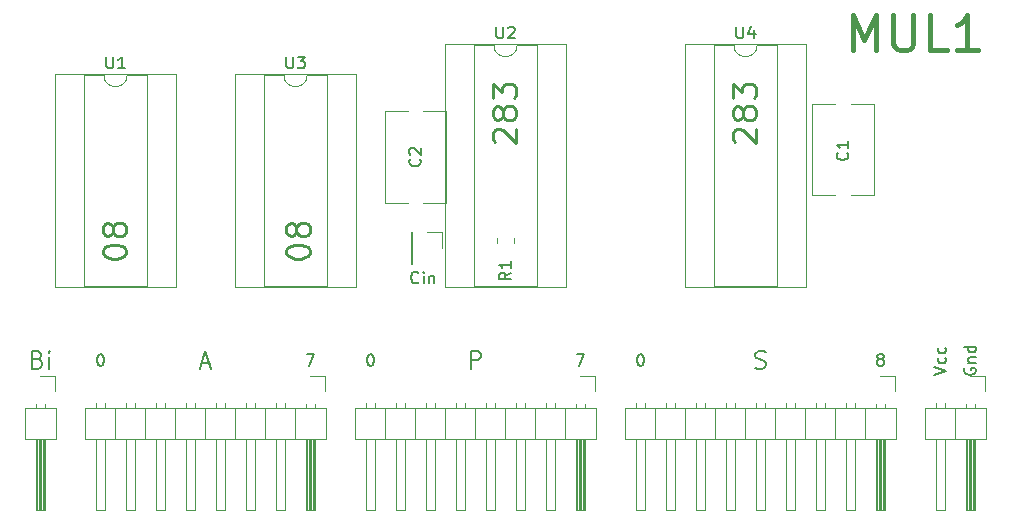
<source format=gbr>
%TF.GenerationSoftware,KiCad,Pcbnew,(5.1.8)-1*%
%TF.CreationDate,2023-05-20T11:55:10+03:00*%
%TF.ProjectId,MUL1,4d554c31-2e6b-4696-9361-645f70636258,rev?*%
%TF.SameCoordinates,Original*%
%TF.FileFunction,Legend,Top*%
%TF.FilePolarity,Positive*%
%FSLAX46Y46*%
G04 Gerber Fmt 4.6, Leading zero omitted, Abs format (unit mm)*
G04 Created by KiCad (PCBNEW (5.1.8)-1) date 2023-05-20 11:55:10*
%MOMM*%
%LPD*%
G01*
G04 APERTURE LIST*
%ADD10C,0.250000*%
%ADD11C,0.150000*%
%ADD12C,0.400000*%
%ADD13C,0.200000*%
%ADD14C,0.120000*%
G04 APERTURE END LIST*
D10*
X142605238Y-62801190D02*
X142510000Y-62705952D01*
X142414761Y-62515476D01*
X142414761Y-62039285D01*
X142510000Y-61848809D01*
X142605238Y-61753571D01*
X142795714Y-61658333D01*
X142986190Y-61658333D01*
X143271904Y-61753571D01*
X144414761Y-62896428D01*
X144414761Y-61658333D01*
X143271904Y-60515476D02*
X143176666Y-60705952D01*
X143081428Y-60801190D01*
X142890952Y-60896428D01*
X142795714Y-60896428D01*
X142605238Y-60801190D01*
X142510000Y-60705952D01*
X142414761Y-60515476D01*
X142414761Y-60134523D01*
X142510000Y-59944047D01*
X142605238Y-59848809D01*
X142795714Y-59753571D01*
X142890952Y-59753571D01*
X143081428Y-59848809D01*
X143176666Y-59944047D01*
X143271904Y-60134523D01*
X143271904Y-60515476D01*
X143367142Y-60705952D01*
X143462380Y-60801190D01*
X143652857Y-60896428D01*
X144033809Y-60896428D01*
X144224285Y-60801190D01*
X144319523Y-60705952D01*
X144414761Y-60515476D01*
X144414761Y-60134523D01*
X144319523Y-59944047D01*
X144224285Y-59848809D01*
X144033809Y-59753571D01*
X143652857Y-59753571D01*
X143462380Y-59848809D01*
X143367142Y-59944047D01*
X143271904Y-60134523D01*
X142414761Y-59086904D02*
X142414761Y-57848809D01*
X143176666Y-58515476D01*
X143176666Y-58229761D01*
X143271904Y-58039285D01*
X143367142Y-57944047D01*
X143557619Y-57848809D01*
X144033809Y-57848809D01*
X144224285Y-57944047D01*
X144319523Y-58039285D01*
X144414761Y-58229761D01*
X144414761Y-58801190D01*
X144319523Y-58991666D01*
X144224285Y-59086904D01*
X122285238Y-62801190D02*
X122190000Y-62705952D01*
X122094761Y-62515476D01*
X122094761Y-62039285D01*
X122190000Y-61848809D01*
X122285238Y-61753571D01*
X122475714Y-61658333D01*
X122666190Y-61658333D01*
X122951904Y-61753571D01*
X124094761Y-62896428D01*
X124094761Y-61658333D01*
X122951904Y-60515476D02*
X122856666Y-60705952D01*
X122761428Y-60801190D01*
X122570952Y-60896428D01*
X122475714Y-60896428D01*
X122285238Y-60801190D01*
X122190000Y-60705952D01*
X122094761Y-60515476D01*
X122094761Y-60134523D01*
X122190000Y-59944047D01*
X122285238Y-59848809D01*
X122475714Y-59753571D01*
X122570952Y-59753571D01*
X122761428Y-59848809D01*
X122856666Y-59944047D01*
X122951904Y-60134523D01*
X122951904Y-60515476D01*
X123047142Y-60705952D01*
X123142380Y-60801190D01*
X123332857Y-60896428D01*
X123713809Y-60896428D01*
X123904285Y-60801190D01*
X123999523Y-60705952D01*
X124094761Y-60515476D01*
X124094761Y-60134523D01*
X123999523Y-59944047D01*
X123904285Y-59848809D01*
X123713809Y-59753571D01*
X123332857Y-59753571D01*
X123142380Y-59848809D01*
X123047142Y-59944047D01*
X122951904Y-60134523D01*
X122094761Y-59086904D02*
X122094761Y-57848809D01*
X122856666Y-58515476D01*
X122856666Y-58229761D01*
X122951904Y-58039285D01*
X123047142Y-57944047D01*
X123237619Y-57848809D01*
X123713809Y-57848809D01*
X123904285Y-57944047D01*
X123999523Y-58039285D01*
X124094761Y-58229761D01*
X124094761Y-58801190D01*
X123999523Y-58991666D01*
X123904285Y-59086904D01*
X104632261Y-72167619D02*
X104632261Y-71977142D01*
X104727500Y-71786666D01*
X104822738Y-71691428D01*
X105013214Y-71596190D01*
X105394166Y-71500952D01*
X105870357Y-71500952D01*
X106251309Y-71596190D01*
X106441785Y-71691428D01*
X106537023Y-71786666D01*
X106632261Y-71977142D01*
X106632261Y-72167619D01*
X106537023Y-72358095D01*
X106441785Y-72453333D01*
X106251309Y-72548571D01*
X105870357Y-72643809D01*
X105394166Y-72643809D01*
X105013214Y-72548571D01*
X104822738Y-72453333D01*
X104727500Y-72358095D01*
X104632261Y-72167619D01*
X105489404Y-70358095D02*
X105394166Y-70548571D01*
X105298928Y-70643809D01*
X105108452Y-70739047D01*
X105013214Y-70739047D01*
X104822738Y-70643809D01*
X104727500Y-70548571D01*
X104632261Y-70358095D01*
X104632261Y-69977142D01*
X104727500Y-69786666D01*
X104822738Y-69691428D01*
X105013214Y-69596190D01*
X105108452Y-69596190D01*
X105298928Y-69691428D01*
X105394166Y-69786666D01*
X105489404Y-69977142D01*
X105489404Y-70358095D01*
X105584642Y-70548571D01*
X105679880Y-70643809D01*
X105870357Y-70739047D01*
X106251309Y-70739047D01*
X106441785Y-70643809D01*
X106537023Y-70548571D01*
X106632261Y-70358095D01*
X106632261Y-69977142D01*
X106537023Y-69786666D01*
X106441785Y-69691428D01*
X106251309Y-69596190D01*
X105870357Y-69596190D01*
X105679880Y-69691428D01*
X105584642Y-69786666D01*
X105489404Y-69977142D01*
X89074761Y-72167619D02*
X89074761Y-71977142D01*
X89170000Y-71786666D01*
X89265238Y-71691428D01*
X89455714Y-71596190D01*
X89836666Y-71500952D01*
X90312857Y-71500952D01*
X90693809Y-71596190D01*
X90884285Y-71691428D01*
X90979523Y-71786666D01*
X91074761Y-71977142D01*
X91074761Y-72167619D01*
X90979523Y-72358095D01*
X90884285Y-72453333D01*
X90693809Y-72548571D01*
X90312857Y-72643809D01*
X89836666Y-72643809D01*
X89455714Y-72548571D01*
X89265238Y-72453333D01*
X89170000Y-72358095D01*
X89074761Y-72167619D01*
X89931904Y-70358095D02*
X89836666Y-70548571D01*
X89741428Y-70643809D01*
X89550952Y-70739047D01*
X89455714Y-70739047D01*
X89265238Y-70643809D01*
X89170000Y-70548571D01*
X89074761Y-70358095D01*
X89074761Y-69977142D01*
X89170000Y-69786666D01*
X89265238Y-69691428D01*
X89455714Y-69596190D01*
X89550952Y-69596190D01*
X89741428Y-69691428D01*
X89836666Y-69786666D01*
X89931904Y-69977142D01*
X89931904Y-70358095D01*
X90027142Y-70548571D01*
X90122380Y-70643809D01*
X90312857Y-70739047D01*
X90693809Y-70739047D01*
X90884285Y-70643809D01*
X90979523Y-70548571D01*
X91074761Y-70358095D01*
X91074761Y-69977142D01*
X90979523Y-69786666D01*
X90884285Y-69691428D01*
X90693809Y-69596190D01*
X90312857Y-69596190D01*
X90122380Y-69691428D01*
X90027142Y-69786666D01*
X89931904Y-69977142D01*
D11*
X115824047Y-74652142D02*
X115776428Y-74699761D01*
X115633571Y-74747380D01*
X115538333Y-74747380D01*
X115395476Y-74699761D01*
X115300238Y-74604523D01*
X115252619Y-74509285D01*
X115205000Y-74318809D01*
X115205000Y-74175952D01*
X115252619Y-73985476D01*
X115300238Y-73890238D01*
X115395476Y-73795000D01*
X115538333Y-73747380D01*
X115633571Y-73747380D01*
X115776428Y-73795000D01*
X115824047Y-73842619D01*
X116252619Y-74747380D02*
X116252619Y-74080714D01*
X116252619Y-73747380D02*
X116205000Y-73795000D01*
X116252619Y-73842619D01*
X116300238Y-73795000D01*
X116252619Y-73747380D01*
X116252619Y-73842619D01*
X116728809Y-74080714D02*
X116728809Y-74747380D01*
X116728809Y-74175952D02*
X116776428Y-74128333D01*
X116871666Y-74080714D01*
X117014523Y-74080714D01*
X117109761Y-74128333D01*
X117157380Y-74223571D01*
X117157380Y-74747380D01*
D12*
X152583214Y-55014642D02*
X152583214Y-52014642D01*
X153583214Y-54157500D01*
X154583214Y-52014642D01*
X154583214Y-55014642D01*
X156011785Y-52014642D02*
X156011785Y-54443214D01*
X156154642Y-54728928D01*
X156297500Y-54871785D01*
X156583214Y-55014642D01*
X157154642Y-55014642D01*
X157440357Y-54871785D01*
X157583214Y-54728928D01*
X157726071Y-54443214D01*
X157726071Y-52014642D01*
X160583214Y-55014642D02*
X159154642Y-55014642D01*
X159154642Y-52014642D01*
X163154642Y-55014642D02*
X161440357Y-55014642D01*
X162297500Y-55014642D02*
X162297500Y-52014642D01*
X162011785Y-52443214D01*
X161726071Y-52728928D01*
X161440357Y-52871785D01*
D11*
X162060000Y-81922857D02*
X162012380Y-82018095D01*
X162012380Y-82160952D01*
X162060000Y-82303809D01*
X162155238Y-82399047D01*
X162250476Y-82446666D01*
X162440952Y-82494285D01*
X162583809Y-82494285D01*
X162774285Y-82446666D01*
X162869523Y-82399047D01*
X162964761Y-82303809D01*
X163012380Y-82160952D01*
X163012380Y-82065714D01*
X162964761Y-81922857D01*
X162917142Y-81875238D01*
X162583809Y-81875238D01*
X162583809Y-82065714D01*
X162345714Y-81446666D02*
X163012380Y-81446666D01*
X162440952Y-81446666D02*
X162393333Y-81399047D01*
X162345714Y-81303809D01*
X162345714Y-81160952D01*
X162393333Y-81065714D01*
X162488571Y-81018095D01*
X163012380Y-81018095D01*
X163012380Y-80113333D02*
X162012380Y-80113333D01*
X162964761Y-80113333D02*
X163012380Y-80208571D01*
X163012380Y-80399047D01*
X162964761Y-80494285D01*
X162917142Y-80541904D01*
X162821904Y-80589523D01*
X162536190Y-80589523D01*
X162440952Y-80541904D01*
X162393333Y-80494285D01*
X162345714Y-80399047D01*
X162345714Y-80208571D01*
X162393333Y-80113333D01*
X159472380Y-82470476D02*
X160472380Y-82137142D01*
X159472380Y-81803809D01*
X160424761Y-81041904D02*
X160472380Y-81137142D01*
X160472380Y-81327619D01*
X160424761Y-81422857D01*
X160377142Y-81470476D01*
X160281904Y-81518095D01*
X159996190Y-81518095D01*
X159900952Y-81470476D01*
X159853333Y-81422857D01*
X159805714Y-81327619D01*
X159805714Y-81137142D01*
X159853333Y-81041904D01*
X160424761Y-80184761D02*
X160472380Y-80280000D01*
X160472380Y-80470476D01*
X160424761Y-80565714D01*
X160377142Y-80613333D01*
X160281904Y-80660952D01*
X159996190Y-80660952D01*
X159900952Y-80613333D01*
X159853333Y-80565714D01*
X159805714Y-80470476D01*
X159805714Y-80280000D01*
X159853333Y-80184761D01*
X154844761Y-81160952D02*
X154749523Y-81113333D01*
X154701904Y-81065714D01*
X154654285Y-80970476D01*
X154654285Y-80922857D01*
X154701904Y-80827619D01*
X154749523Y-80780000D01*
X154844761Y-80732380D01*
X155035238Y-80732380D01*
X155130476Y-80780000D01*
X155178095Y-80827619D01*
X155225714Y-80922857D01*
X155225714Y-80970476D01*
X155178095Y-81065714D01*
X155130476Y-81113333D01*
X155035238Y-81160952D01*
X154844761Y-81160952D01*
X154749523Y-81208571D01*
X154701904Y-81256190D01*
X154654285Y-81351428D01*
X154654285Y-81541904D01*
X154701904Y-81637142D01*
X154749523Y-81684761D01*
X154844761Y-81732380D01*
X155035238Y-81732380D01*
X155130476Y-81684761D01*
X155178095Y-81637142D01*
X155225714Y-81541904D01*
X155225714Y-81351428D01*
X155178095Y-81256190D01*
X155130476Y-81208571D01*
X155035238Y-81160952D01*
X134572380Y-80732380D02*
X134667619Y-80732380D01*
X134762857Y-80780000D01*
X134810476Y-80827619D01*
X134858095Y-80922857D01*
X134905714Y-81113333D01*
X134905714Y-81351428D01*
X134858095Y-81541904D01*
X134810476Y-81637142D01*
X134762857Y-81684761D01*
X134667619Y-81732380D01*
X134572380Y-81732380D01*
X134477142Y-81684761D01*
X134429523Y-81637142D01*
X134381904Y-81541904D01*
X134334285Y-81351428D01*
X134334285Y-81113333D01*
X134381904Y-80922857D01*
X134429523Y-80827619D01*
X134477142Y-80780000D01*
X134572380Y-80732380D01*
X129206666Y-80732380D02*
X129873333Y-80732380D01*
X129444761Y-81732380D01*
X111712380Y-80732380D02*
X111807619Y-80732380D01*
X111902857Y-80780000D01*
X111950476Y-80827619D01*
X111998095Y-80922857D01*
X112045714Y-81113333D01*
X112045714Y-81351428D01*
X111998095Y-81541904D01*
X111950476Y-81637142D01*
X111902857Y-81684761D01*
X111807619Y-81732380D01*
X111712380Y-81732380D01*
X111617142Y-81684761D01*
X111569523Y-81637142D01*
X111521904Y-81541904D01*
X111474285Y-81351428D01*
X111474285Y-81113333D01*
X111521904Y-80922857D01*
X111569523Y-80827619D01*
X111617142Y-80780000D01*
X111712380Y-80732380D01*
X106346666Y-80732380D02*
X107013333Y-80732380D01*
X106584761Y-81732380D01*
X88852380Y-80732380D02*
X88947619Y-80732380D01*
X89042857Y-80780000D01*
X89090476Y-80827619D01*
X89138095Y-80922857D01*
X89185714Y-81113333D01*
X89185714Y-81351428D01*
X89138095Y-81541904D01*
X89090476Y-81637142D01*
X89042857Y-81684761D01*
X88947619Y-81732380D01*
X88852380Y-81732380D01*
X88757142Y-81684761D01*
X88709523Y-81637142D01*
X88661904Y-81541904D01*
X88614285Y-81351428D01*
X88614285Y-81113333D01*
X88661904Y-80922857D01*
X88709523Y-80827619D01*
X88757142Y-80780000D01*
X88852380Y-80732380D01*
D13*
X83570000Y-81172857D02*
X83784285Y-81244285D01*
X83855714Y-81315714D01*
X83927142Y-81458571D01*
X83927142Y-81672857D01*
X83855714Y-81815714D01*
X83784285Y-81887142D01*
X83641428Y-81958571D01*
X83070000Y-81958571D01*
X83070000Y-80458571D01*
X83570000Y-80458571D01*
X83712857Y-80530000D01*
X83784285Y-80601428D01*
X83855714Y-80744285D01*
X83855714Y-80887142D01*
X83784285Y-81030000D01*
X83712857Y-81101428D01*
X83570000Y-81172857D01*
X83070000Y-81172857D01*
X84570000Y-81958571D02*
X84570000Y-80958571D01*
X84570000Y-80458571D02*
X84498571Y-80530000D01*
X84570000Y-80601428D01*
X84641428Y-80530000D01*
X84570000Y-80458571D01*
X84570000Y-80601428D01*
X97432857Y-81530000D02*
X98147142Y-81530000D01*
X97290000Y-81958571D02*
X97790000Y-80458571D01*
X98290000Y-81958571D01*
X144351428Y-81887142D02*
X144565714Y-81958571D01*
X144922857Y-81958571D01*
X145065714Y-81887142D01*
X145137142Y-81815714D01*
X145208571Y-81672857D01*
X145208571Y-81530000D01*
X145137142Y-81387142D01*
X145065714Y-81315714D01*
X144922857Y-81244285D01*
X144637142Y-81172857D01*
X144494285Y-81101428D01*
X144422857Y-81030000D01*
X144351428Y-80887142D01*
X144351428Y-80744285D01*
X144422857Y-80601428D01*
X144494285Y-80530000D01*
X144637142Y-80458571D01*
X144994285Y-80458571D01*
X145208571Y-80530000D01*
X120257142Y-81958571D02*
X120257142Y-80458571D01*
X120828571Y-80458571D01*
X120971428Y-80530000D01*
X121042857Y-80601428D01*
X121114285Y-80744285D01*
X121114285Y-80958571D01*
X121042857Y-81101428D01*
X120971428Y-81172857D01*
X120828571Y-81244285D01*
X120257142Y-81244285D01*
D14*
%TO.C,J6*%
X117852500Y-70425000D02*
X117852500Y-71755000D01*
X116522500Y-70425000D02*
X117852500Y-70425000D01*
X115252500Y-70425000D02*
X115252500Y-73085000D01*
X115252500Y-73085000D02*
X115192500Y-73085000D01*
X115252500Y-70425000D02*
X115192500Y-70425000D01*
X115192500Y-70425000D02*
X115192500Y-73085000D01*
%TO.C,R1*%
X122455000Y-71347064D02*
X122455000Y-70892936D01*
X123925000Y-71347064D02*
X123925000Y-70892936D01*
%TO.C,C2*%
X118190000Y-60185000D02*
X118190000Y-67925000D01*
X112950000Y-60185000D02*
X112950000Y-67925000D01*
X118190000Y-60185000D02*
X116206000Y-60185000D01*
X114934000Y-60185000D02*
X112950000Y-60185000D01*
X118190000Y-67925000D02*
X116206000Y-67925000D01*
X114934000Y-67925000D02*
X112950000Y-67925000D01*
%TO.C,C1*%
X154385000Y-59550000D02*
X154385000Y-67290000D01*
X149145000Y-59550000D02*
X149145000Y-67290000D01*
X154385000Y-59550000D02*
X152401000Y-59550000D01*
X151129000Y-59550000D02*
X149145000Y-59550000D01*
X154385000Y-67290000D02*
X152401000Y-67290000D01*
X151129000Y-67290000D02*
X149145000Y-67290000D01*
%TO.C,U4*%
X142510000Y-54550000D02*
X140860000Y-54550000D01*
X140860000Y-54550000D02*
X140860000Y-74990000D01*
X140860000Y-74990000D02*
X146160000Y-74990000D01*
X146160000Y-74990000D02*
X146160000Y-54550000D01*
X146160000Y-54550000D02*
X144510000Y-54550000D01*
X138370000Y-54490000D02*
X138370000Y-75050000D01*
X138370000Y-75050000D02*
X148650000Y-75050000D01*
X148650000Y-75050000D02*
X148650000Y-54490000D01*
X148650000Y-54490000D02*
X138370000Y-54490000D01*
X144510000Y-54550000D02*
G75*
G02*
X142510000Y-54550000I-1000000J0D01*
G01*
%TO.C,U3*%
X104410000Y-57090000D02*
X102760000Y-57090000D01*
X102760000Y-57090000D02*
X102760000Y-74990000D01*
X102760000Y-74990000D02*
X108060000Y-74990000D01*
X108060000Y-74990000D02*
X108060000Y-57090000D01*
X108060000Y-57090000D02*
X106410000Y-57090000D01*
X100270000Y-57030000D02*
X100270000Y-75050000D01*
X100270000Y-75050000D02*
X110550000Y-75050000D01*
X110550000Y-75050000D02*
X110550000Y-57030000D01*
X110550000Y-57030000D02*
X100270000Y-57030000D01*
X106410000Y-57090000D02*
G75*
G02*
X104410000Y-57090000I-1000000J0D01*
G01*
%TO.C,U2*%
X122190000Y-54550000D02*
X120540000Y-54550000D01*
X120540000Y-54550000D02*
X120540000Y-74990000D01*
X120540000Y-74990000D02*
X125840000Y-74990000D01*
X125840000Y-74990000D02*
X125840000Y-54550000D01*
X125840000Y-54550000D02*
X124190000Y-54550000D01*
X118050000Y-54490000D02*
X118050000Y-75050000D01*
X118050000Y-75050000D02*
X128330000Y-75050000D01*
X128330000Y-75050000D02*
X128330000Y-54490000D01*
X128330000Y-54490000D02*
X118050000Y-54490000D01*
X124190000Y-54550000D02*
G75*
G02*
X122190000Y-54550000I-1000000J0D01*
G01*
%TO.C,U1*%
X89170000Y-57090000D02*
X87520000Y-57090000D01*
X87520000Y-57090000D02*
X87520000Y-74990000D01*
X87520000Y-74990000D02*
X92820000Y-74990000D01*
X92820000Y-74990000D02*
X92820000Y-57090000D01*
X92820000Y-57090000D02*
X91170000Y-57090000D01*
X85030000Y-57030000D02*
X85030000Y-75050000D01*
X85030000Y-75050000D02*
X95310000Y-75050000D01*
X95310000Y-75050000D02*
X95310000Y-57030000D01*
X95310000Y-57030000D02*
X85030000Y-57030000D01*
X91170000Y-57090000D02*
G75*
G02*
X89170000Y-57090000I-1000000J0D01*
G01*
%TO.C,J5*%
X163890000Y-85260000D02*
X158690000Y-85260000D01*
X158690000Y-85260000D02*
X158690000Y-87920000D01*
X158690000Y-87920000D02*
X163890000Y-87920000D01*
X163890000Y-87920000D02*
X163890000Y-85260000D01*
X162940000Y-87920000D02*
X162940000Y-93920000D01*
X162940000Y-93920000D02*
X162180000Y-93920000D01*
X162180000Y-93920000D02*
X162180000Y-87920000D01*
X162880000Y-87920000D02*
X162880000Y-93920000D01*
X162760000Y-87920000D02*
X162760000Y-93920000D01*
X162640000Y-87920000D02*
X162640000Y-93920000D01*
X162520000Y-87920000D02*
X162520000Y-93920000D01*
X162400000Y-87920000D02*
X162400000Y-93920000D01*
X162280000Y-87920000D02*
X162280000Y-93920000D01*
X162940000Y-84930000D02*
X162940000Y-85260000D01*
X162180000Y-84930000D02*
X162180000Y-85260000D01*
X161290000Y-85260000D02*
X161290000Y-87920000D01*
X160400000Y-87920000D02*
X160400000Y-93920000D01*
X160400000Y-93920000D02*
X159640000Y-93920000D01*
X159640000Y-93920000D02*
X159640000Y-87920000D01*
X160400000Y-84862929D02*
X160400000Y-85260000D01*
X159640000Y-84862929D02*
X159640000Y-85260000D01*
X162560000Y-82550000D02*
X163830000Y-82550000D01*
X163830000Y-82550000D02*
X163830000Y-83820000D01*
%TO.C,J4*%
X85150000Y-85260000D02*
X82490000Y-85260000D01*
X82490000Y-85260000D02*
X82490000Y-87920000D01*
X82490000Y-87920000D02*
X85150000Y-87920000D01*
X85150000Y-87920000D02*
X85150000Y-85260000D01*
X84200000Y-87920000D02*
X84200000Y-93920000D01*
X84200000Y-93920000D02*
X83440000Y-93920000D01*
X83440000Y-93920000D02*
X83440000Y-87920000D01*
X84140000Y-87920000D02*
X84140000Y-93920000D01*
X84020000Y-87920000D02*
X84020000Y-93920000D01*
X83900000Y-87920000D02*
X83900000Y-93920000D01*
X83780000Y-87920000D02*
X83780000Y-93920000D01*
X83660000Y-87920000D02*
X83660000Y-93920000D01*
X83540000Y-87920000D02*
X83540000Y-93920000D01*
X84200000Y-84930000D02*
X84200000Y-85260000D01*
X83440000Y-84930000D02*
X83440000Y-85260000D01*
X83820000Y-82550000D02*
X85090000Y-82550000D01*
X85090000Y-82550000D02*
X85090000Y-83820000D01*
%TO.C,J3*%
X108010000Y-85260000D02*
X87570000Y-85260000D01*
X87570000Y-85260000D02*
X87570000Y-87920000D01*
X87570000Y-87920000D02*
X108010000Y-87920000D01*
X108010000Y-87920000D02*
X108010000Y-85260000D01*
X107060000Y-87920000D02*
X107060000Y-93920000D01*
X107060000Y-93920000D02*
X106300000Y-93920000D01*
X106300000Y-93920000D02*
X106300000Y-87920000D01*
X107000000Y-87920000D02*
X107000000Y-93920000D01*
X106880000Y-87920000D02*
X106880000Y-93920000D01*
X106760000Y-87920000D02*
X106760000Y-93920000D01*
X106640000Y-87920000D02*
X106640000Y-93920000D01*
X106520000Y-87920000D02*
X106520000Y-93920000D01*
X106400000Y-87920000D02*
X106400000Y-93920000D01*
X107060000Y-84930000D02*
X107060000Y-85260000D01*
X106300000Y-84930000D02*
X106300000Y-85260000D01*
X105410000Y-85260000D02*
X105410000Y-87920000D01*
X104520000Y-87920000D02*
X104520000Y-93920000D01*
X104520000Y-93920000D02*
X103760000Y-93920000D01*
X103760000Y-93920000D02*
X103760000Y-87920000D01*
X104520000Y-84862929D02*
X104520000Y-85260000D01*
X103760000Y-84862929D02*
X103760000Y-85260000D01*
X102870000Y-85260000D02*
X102870000Y-87920000D01*
X101980000Y-87920000D02*
X101980000Y-93920000D01*
X101980000Y-93920000D02*
X101220000Y-93920000D01*
X101220000Y-93920000D02*
X101220000Y-87920000D01*
X101980000Y-84862929D02*
X101980000Y-85260000D01*
X101220000Y-84862929D02*
X101220000Y-85260000D01*
X100330000Y-85260000D02*
X100330000Y-87920000D01*
X99440000Y-87920000D02*
X99440000Y-93920000D01*
X99440000Y-93920000D02*
X98680000Y-93920000D01*
X98680000Y-93920000D02*
X98680000Y-87920000D01*
X99440000Y-84862929D02*
X99440000Y-85260000D01*
X98680000Y-84862929D02*
X98680000Y-85260000D01*
X97790000Y-85260000D02*
X97790000Y-87920000D01*
X96900000Y-87920000D02*
X96900000Y-93920000D01*
X96900000Y-93920000D02*
X96140000Y-93920000D01*
X96140000Y-93920000D02*
X96140000Y-87920000D01*
X96900000Y-84862929D02*
X96900000Y-85260000D01*
X96140000Y-84862929D02*
X96140000Y-85260000D01*
X95250000Y-85260000D02*
X95250000Y-87920000D01*
X94360000Y-87920000D02*
X94360000Y-93920000D01*
X94360000Y-93920000D02*
X93600000Y-93920000D01*
X93600000Y-93920000D02*
X93600000Y-87920000D01*
X94360000Y-84862929D02*
X94360000Y-85260000D01*
X93600000Y-84862929D02*
X93600000Y-85260000D01*
X92710000Y-85260000D02*
X92710000Y-87920000D01*
X91820000Y-87920000D02*
X91820000Y-93920000D01*
X91820000Y-93920000D02*
X91060000Y-93920000D01*
X91060000Y-93920000D02*
X91060000Y-87920000D01*
X91820000Y-84862929D02*
X91820000Y-85260000D01*
X91060000Y-84862929D02*
X91060000Y-85260000D01*
X90170000Y-85260000D02*
X90170000Y-87920000D01*
X89280000Y-87920000D02*
X89280000Y-93920000D01*
X89280000Y-93920000D02*
X88520000Y-93920000D01*
X88520000Y-93920000D02*
X88520000Y-87920000D01*
X89280000Y-84862929D02*
X89280000Y-85260000D01*
X88520000Y-84862929D02*
X88520000Y-85260000D01*
X106680000Y-82550000D02*
X107950000Y-82550000D01*
X107950000Y-82550000D02*
X107950000Y-83820000D01*
%TO.C,J2*%
X156270000Y-85260000D02*
X133290000Y-85260000D01*
X133290000Y-85260000D02*
X133290000Y-87920000D01*
X133290000Y-87920000D02*
X156270000Y-87920000D01*
X156270000Y-87920000D02*
X156270000Y-85260000D01*
X155320000Y-87920000D02*
X155320000Y-93920000D01*
X155320000Y-93920000D02*
X154560000Y-93920000D01*
X154560000Y-93920000D02*
X154560000Y-87920000D01*
X155260000Y-87920000D02*
X155260000Y-93920000D01*
X155140000Y-87920000D02*
X155140000Y-93920000D01*
X155020000Y-87920000D02*
X155020000Y-93920000D01*
X154900000Y-87920000D02*
X154900000Y-93920000D01*
X154780000Y-87920000D02*
X154780000Y-93920000D01*
X154660000Y-87920000D02*
X154660000Y-93920000D01*
X155320000Y-84930000D02*
X155320000Y-85260000D01*
X154560000Y-84930000D02*
X154560000Y-85260000D01*
X153670000Y-85260000D02*
X153670000Y-87920000D01*
X152780000Y-87920000D02*
X152780000Y-93920000D01*
X152780000Y-93920000D02*
X152020000Y-93920000D01*
X152020000Y-93920000D02*
X152020000Y-87920000D01*
X152780000Y-84862929D02*
X152780000Y-85260000D01*
X152020000Y-84862929D02*
X152020000Y-85260000D01*
X151130000Y-85260000D02*
X151130000Y-87920000D01*
X150240000Y-87920000D02*
X150240000Y-93920000D01*
X150240000Y-93920000D02*
X149480000Y-93920000D01*
X149480000Y-93920000D02*
X149480000Y-87920000D01*
X150240000Y-84862929D02*
X150240000Y-85260000D01*
X149480000Y-84862929D02*
X149480000Y-85260000D01*
X148590000Y-85260000D02*
X148590000Y-87920000D01*
X147700000Y-87920000D02*
X147700000Y-93920000D01*
X147700000Y-93920000D02*
X146940000Y-93920000D01*
X146940000Y-93920000D02*
X146940000Y-87920000D01*
X147700000Y-84862929D02*
X147700000Y-85260000D01*
X146940000Y-84862929D02*
X146940000Y-85260000D01*
X146050000Y-85260000D02*
X146050000Y-87920000D01*
X145160000Y-87920000D02*
X145160000Y-93920000D01*
X145160000Y-93920000D02*
X144400000Y-93920000D01*
X144400000Y-93920000D02*
X144400000Y-87920000D01*
X145160000Y-84862929D02*
X145160000Y-85260000D01*
X144400000Y-84862929D02*
X144400000Y-85260000D01*
X143510000Y-85260000D02*
X143510000Y-87920000D01*
X142620000Y-87920000D02*
X142620000Y-93920000D01*
X142620000Y-93920000D02*
X141860000Y-93920000D01*
X141860000Y-93920000D02*
X141860000Y-87920000D01*
X142620000Y-84862929D02*
X142620000Y-85260000D01*
X141860000Y-84862929D02*
X141860000Y-85260000D01*
X140970000Y-85260000D02*
X140970000Y-87920000D01*
X140080000Y-87920000D02*
X140080000Y-93920000D01*
X140080000Y-93920000D02*
X139320000Y-93920000D01*
X139320000Y-93920000D02*
X139320000Y-87920000D01*
X140080000Y-84862929D02*
X140080000Y-85260000D01*
X139320000Y-84862929D02*
X139320000Y-85260000D01*
X138430000Y-85260000D02*
X138430000Y-87920000D01*
X137540000Y-87920000D02*
X137540000Y-93920000D01*
X137540000Y-93920000D02*
X136780000Y-93920000D01*
X136780000Y-93920000D02*
X136780000Y-87920000D01*
X137540000Y-84862929D02*
X137540000Y-85260000D01*
X136780000Y-84862929D02*
X136780000Y-85260000D01*
X135890000Y-85260000D02*
X135890000Y-87920000D01*
X135000000Y-87920000D02*
X135000000Y-93920000D01*
X135000000Y-93920000D02*
X134240000Y-93920000D01*
X134240000Y-93920000D02*
X134240000Y-87920000D01*
X135000000Y-84862929D02*
X135000000Y-85260000D01*
X134240000Y-84862929D02*
X134240000Y-85260000D01*
X154940000Y-82550000D02*
X156210000Y-82550000D01*
X156210000Y-82550000D02*
X156210000Y-83820000D01*
%TO.C,J1*%
X130870000Y-85260000D02*
X110430000Y-85260000D01*
X110430000Y-85260000D02*
X110430000Y-87920000D01*
X110430000Y-87920000D02*
X130870000Y-87920000D01*
X130870000Y-87920000D02*
X130870000Y-85260000D01*
X129920000Y-87920000D02*
X129920000Y-93920000D01*
X129920000Y-93920000D02*
X129160000Y-93920000D01*
X129160000Y-93920000D02*
X129160000Y-87920000D01*
X129860000Y-87920000D02*
X129860000Y-93920000D01*
X129740000Y-87920000D02*
X129740000Y-93920000D01*
X129620000Y-87920000D02*
X129620000Y-93920000D01*
X129500000Y-87920000D02*
X129500000Y-93920000D01*
X129380000Y-87920000D02*
X129380000Y-93920000D01*
X129260000Y-87920000D02*
X129260000Y-93920000D01*
X129920000Y-84930000D02*
X129920000Y-85260000D01*
X129160000Y-84930000D02*
X129160000Y-85260000D01*
X128270000Y-85260000D02*
X128270000Y-87920000D01*
X127380000Y-87920000D02*
X127380000Y-93920000D01*
X127380000Y-93920000D02*
X126620000Y-93920000D01*
X126620000Y-93920000D02*
X126620000Y-87920000D01*
X127380000Y-84862929D02*
X127380000Y-85260000D01*
X126620000Y-84862929D02*
X126620000Y-85260000D01*
X125730000Y-85260000D02*
X125730000Y-87920000D01*
X124840000Y-87920000D02*
X124840000Y-93920000D01*
X124840000Y-93920000D02*
X124080000Y-93920000D01*
X124080000Y-93920000D02*
X124080000Y-87920000D01*
X124840000Y-84862929D02*
X124840000Y-85260000D01*
X124080000Y-84862929D02*
X124080000Y-85260000D01*
X123190000Y-85260000D02*
X123190000Y-87920000D01*
X122300000Y-87920000D02*
X122300000Y-93920000D01*
X122300000Y-93920000D02*
X121540000Y-93920000D01*
X121540000Y-93920000D02*
X121540000Y-87920000D01*
X122300000Y-84862929D02*
X122300000Y-85260000D01*
X121540000Y-84862929D02*
X121540000Y-85260000D01*
X120650000Y-85260000D02*
X120650000Y-87920000D01*
X119760000Y-87920000D02*
X119760000Y-93920000D01*
X119760000Y-93920000D02*
X119000000Y-93920000D01*
X119000000Y-93920000D02*
X119000000Y-87920000D01*
X119760000Y-84862929D02*
X119760000Y-85260000D01*
X119000000Y-84862929D02*
X119000000Y-85260000D01*
X118110000Y-85260000D02*
X118110000Y-87920000D01*
X117220000Y-87920000D02*
X117220000Y-93920000D01*
X117220000Y-93920000D02*
X116460000Y-93920000D01*
X116460000Y-93920000D02*
X116460000Y-87920000D01*
X117220000Y-84862929D02*
X117220000Y-85260000D01*
X116460000Y-84862929D02*
X116460000Y-85260000D01*
X115570000Y-85260000D02*
X115570000Y-87920000D01*
X114680000Y-87920000D02*
X114680000Y-93920000D01*
X114680000Y-93920000D02*
X113920000Y-93920000D01*
X113920000Y-93920000D02*
X113920000Y-87920000D01*
X114680000Y-84862929D02*
X114680000Y-85260000D01*
X113920000Y-84862929D02*
X113920000Y-85260000D01*
X113030000Y-85260000D02*
X113030000Y-87920000D01*
X112140000Y-87920000D02*
X112140000Y-93920000D01*
X112140000Y-93920000D02*
X111380000Y-93920000D01*
X111380000Y-93920000D02*
X111380000Y-87920000D01*
X112140000Y-84862929D02*
X112140000Y-85260000D01*
X111380000Y-84862929D02*
X111380000Y-85260000D01*
X129540000Y-82550000D02*
X130810000Y-82550000D01*
X130810000Y-82550000D02*
X130810000Y-83820000D01*
%TO.C,R1*%
D11*
X123642380Y-73826666D02*
X123166190Y-74160000D01*
X123642380Y-74398095D02*
X122642380Y-74398095D01*
X122642380Y-74017142D01*
X122690000Y-73921904D01*
X122737619Y-73874285D01*
X122832857Y-73826666D01*
X122975714Y-73826666D01*
X123070952Y-73874285D01*
X123118571Y-73921904D01*
X123166190Y-74017142D01*
X123166190Y-74398095D01*
X123642380Y-72874285D02*
X123642380Y-73445714D01*
X123642380Y-73160000D02*
X122642380Y-73160000D01*
X122785238Y-73255238D01*
X122880476Y-73350476D01*
X122928095Y-73445714D01*
%TO.C,C2*%
X115927142Y-64221666D02*
X115974761Y-64269285D01*
X116022380Y-64412142D01*
X116022380Y-64507380D01*
X115974761Y-64650238D01*
X115879523Y-64745476D01*
X115784285Y-64793095D01*
X115593809Y-64840714D01*
X115450952Y-64840714D01*
X115260476Y-64793095D01*
X115165238Y-64745476D01*
X115070000Y-64650238D01*
X115022380Y-64507380D01*
X115022380Y-64412142D01*
X115070000Y-64269285D01*
X115117619Y-64221666D01*
X115117619Y-63840714D02*
X115070000Y-63793095D01*
X115022380Y-63697857D01*
X115022380Y-63459761D01*
X115070000Y-63364523D01*
X115117619Y-63316904D01*
X115212857Y-63269285D01*
X115308095Y-63269285D01*
X115450952Y-63316904D01*
X116022380Y-63888333D01*
X116022380Y-63269285D01*
%TO.C,C1*%
X152122142Y-63666666D02*
X152169761Y-63714285D01*
X152217380Y-63857142D01*
X152217380Y-63952380D01*
X152169761Y-64095238D01*
X152074523Y-64190476D01*
X151979285Y-64238095D01*
X151788809Y-64285714D01*
X151645952Y-64285714D01*
X151455476Y-64238095D01*
X151360238Y-64190476D01*
X151265000Y-64095238D01*
X151217380Y-63952380D01*
X151217380Y-63857142D01*
X151265000Y-63714285D01*
X151312619Y-63666666D01*
X152217380Y-62714285D02*
X152217380Y-63285714D01*
X152217380Y-63000000D02*
X151217380Y-63000000D01*
X151360238Y-63095238D01*
X151455476Y-63190476D01*
X151503095Y-63285714D01*
%TO.C,U4*%
X142748095Y-53002380D02*
X142748095Y-53811904D01*
X142795714Y-53907142D01*
X142843333Y-53954761D01*
X142938571Y-54002380D01*
X143129047Y-54002380D01*
X143224285Y-53954761D01*
X143271904Y-53907142D01*
X143319523Y-53811904D01*
X143319523Y-53002380D01*
X144224285Y-53335714D02*
X144224285Y-54002380D01*
X143986190Y-52954761D02*
X143748095Y-53669047D01*
X144367142Y-53669047D01*
%TO.C,U3*%
X104648095Y-55542380D02*
X104648095Y-56351904D01*
X104695714Y-56447142D01*
X104743333Y-56494761D01*
X104838571Y-56542380D01*
X105029047Y-56542380D01*
X105124285Y-56494761D01*
X105171904Y-56447142D01*
X105219523Y-56351904D01*
X105219523Y-55542380D01*
X105600476Y-55542380D02*
X106219523Y-55542380D01*
X105886190Y-55923333D01*
X106029047Y-55923333D01*
X106124285Y-55970952D01*
X106171904Y-56018571D01*
X106219523Y-56113809D01*
X106219523Y-56351904D01*
X106171904Y-56447142D01*
X106124285Y-56494761D01*
X106029047Y-56542380D01*
X105743333Y-56542380D01*
X105648095Y-56494761D01*
X105600476Y-56447142D01*
%TO.C,U2*%
X122428095Y-53002380D02*
X122428095Y-53811904D01*
X122475714Y-53907142D01*
X122523333Y-53954761D01*
X122618571Y-54002380D01*
X122809047Y-54002380D01*
X122904285Y-53954761D01*
X122951904Y-53907142D01*
X122999523Y-53811904D01*
X122999523Y-53002380D01*
X123428095Y-53097619D02*
X123475714Y-53050000D01*
X123570952Y-53002380D01*
X123809047Y-53002380D01*
X123904285Y-53050000D01*
X123951904Y-53097619D01*
X123999523Y-53192857D01*
X123999523Y-53288095D01*
X123951904Y-53430952D01*
X123380476Y-54002380D01*
X123999523Y-54002380D01*
%TO.C,U1*%
X89408095Y-55542380D02*
X89408095Y-56351904D01*
X89455714Y-56447142D01*
X89503333Y-56494761D01*
X89598571Y-56542380D01*
X89789047Y-56542380D01*
X89884285Y-56494761D01*
X89931904Y-56447142D01*
X89979523Y-56351904D01*
X89979523Y-55542380D01*
X90979523Y-56542380D02*
X90408095Y-56542380D01*
X90693809Y-56542380D02*
X90693809Y-55542380D01*
X90598571Y-55685238D01*
X90503333Y-55780476D01*
X90408095Y-55828095D01*
%TD*%
M02*

</source>
